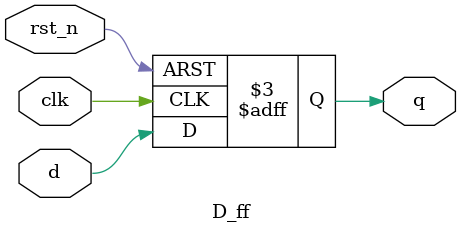
<source format=v>
module D_ff(
    input d,
    input clk,
    input rst_n,
    output reg q
);
    always @ (posedge clk or negedge rst_n) begin
        q <= 0;
        if(~rst_n)
            q <= 1'b0;
        else
            q <= d;
    end
    
endmodule

</source>
